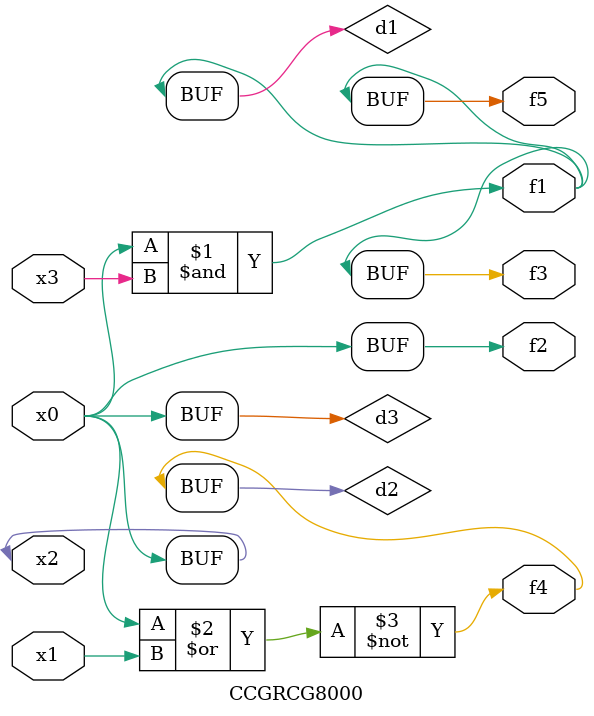
<source format=v>
module CCGRCG8000(
	input x0, x1, x2, x3,
	output f1, f2, f3, f4, f5
);

	wire d1, d2, d3;

	and (d1, x2, x3);
	nor (d2, x0, x1);
	buf (d3, x0, x2);
	assign f1 = d1;
	assign f2 = d3;
	assign f3 = d1;
	assign f4 = d2;
	assign f5 = d1;
endmodule

</source>
